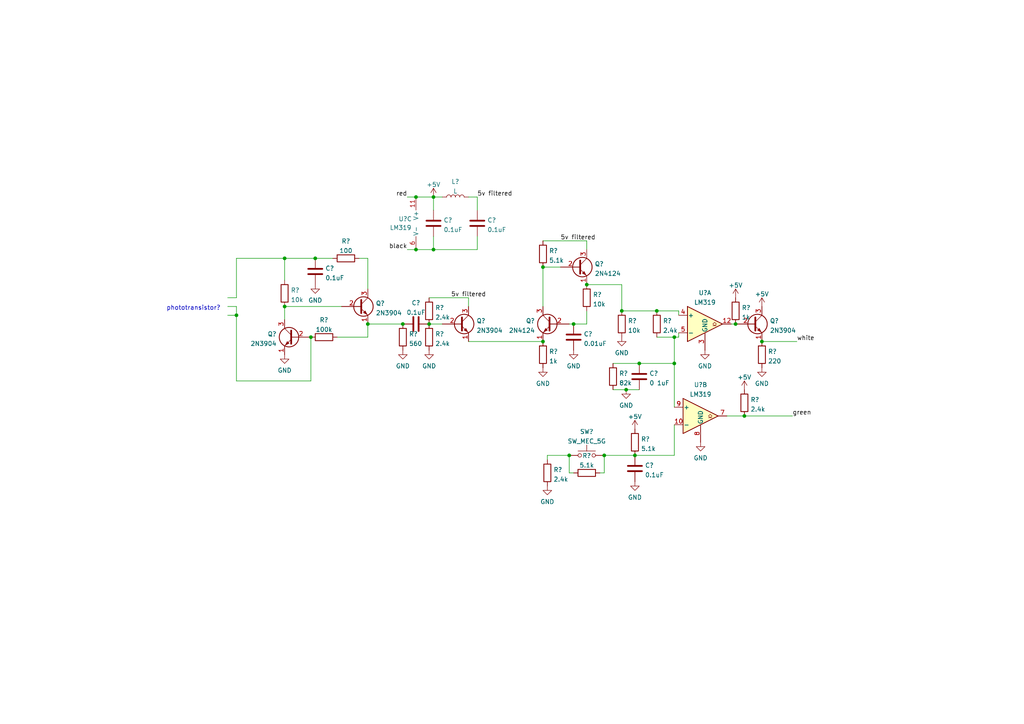
<source format=kicad_sch>
(kicad_sch (version 20211123) (generator eeschema)
  (paper "A4")
  (lib_symbols
    (symbol "Comparator:LM319" (pin_names (offset 0.127))
      (property "Reference" "U" (at 0 6.35 0))
      (property "Value" "LM319" (at 0 3.81 0))
      (symbol "LM319_1_1"
        (polyline (pts (xy -5.08 5.08) (xy 5.08 0) (xy -5.08 -5.08) (xy -5.08 5.08) (xy -5.08 5.08)) (stroke (width 0.254)) (fill (type background)))
        (polyline (pts (xy 2.286 -0.508) (xy 2.794 -0.508) (xy 2.286 0) (xy 2.794 0.508) (xy 3.302 0) (xy 2.794 -0.508) (xy 3.302 -0.508)) (stroke (width 0.127)))
        (pin no_connect line (at 0 -2.54 90) (length 2.54) hide (name "NC") (number "1"))
        (pin open_collector line (at 7.62 0 180) (length 2.54) (name "~") (number "12"))
        (pin no_connect line (at 0 2.54 270) (length 2.54) hide (name "NC") (number "2"))
        (pin passive line (at 0 -7.62 90) (length 5.08) (name "GND") (number "3"))
        (pin input line (at -7.62 2.54 0) (length 2.54) (name "+") (number "4"))
        (pin input line (at -7.62 -2.54 0) (length 2.54) (name "-") (number "5"))
      )
      (symbol "LM319_2_1"
        (polyline (pts (xy -5.08 5.08) (xy 5.08 0) (xy -5.08 -5.08) (xy -5.08 5.08) (xy -5.08 5.08)) (stroke (width 0.254)) (fill (type background)))
        (polyline (pts (xy 3.302 -0.508) (xy 2.794 -0.508) (xy 3.302 0) (xy 2.794 0.508) (xy 2.286 0) (xy 2.794 -0.508) (xy 2.286 -0.508)) (stroke (width 0.127)))
        (pin input line (at -7.62 -2.54 0) (length 2.54) (name "-") (number "10"))
        (pin no_connect line (at 0 -2.54 90) (length 2.54) hide (name "NC") (number "13"))
        (pin no_connect line (at 0 2.54 270) (length 2.54) hide (name "NC") (number "14"))
        (pin open_collector line (at 7.62 0 180) (length 2.54) (name "~") (number "7"))
        (pin passive line (at 0 -7.62 90) (length 5.08) (name "GND") (number "8"))
        (pin input line (at -7.62 2.54 0) (length 2.54) (name "+") (number "9"))
      )
      (symbol "LM319_3_1"
        (pin power_in line (at -2.54 7.62 270) (length 3.81) (name "V+") (number "11"))
        (pin power_in line (at -2.54 -7.62 90) (length 3.81) (name "V-") (number "6"))
      )
    )
    (symbol "Device:C" (pin_numbers hide) (pin_names (offset 0.254))
      (property "Reference" "C" (at 0.635 2.54 0))
      (property "Value" "C" (at 0.635 -2.54 0))
      (symbol "C_0_1"
        (polyline (pts (xy -2.032 -0.762) (xy 2.032 -0.762)) (stroke (width 0.508)))
        (polyline (pts (xy -2.032 0.762) (xy 2.032 0.762)) (stroke (width 0.508)))
      )
      (symbol "C_1_1"
        (pin passive line (at 0 3.81 270) (length 2.794) (name "~") (number "1"))
        (pin passive line (at 0 -3.81 90) (length 2.794) (name "~") (number "2"))
      )
    )
    (symbol "Device:L" (pin_numbers hide) (pin_names (offset 1.016) hide)
      (property "Reference" "L" (at -1.27 0 90))
      (property "Value" "L" (at 1.905 0 90))
      (symbol "L_0_1"
        (arc (start 0 -2.54) (mid 0.635 -1.905) (end 0 -1.27))
        (arc (start 0 -1.27) (mid 0.635 -0.635) (end 0 0))
        (arc (start 0 0) (mid 0.635 0.635) (end 0 1.27))
        (arc (start 0 1.27) (mid 0.635 1.905) (end 0 2.54))
      )
      (symbol "L_1_1"
        (pin passive line (at 0 3.81 270) (length 1.27) (name "1") (number "1"))
        (pin passive line (at 0 -3.81 90) (length 1.27) (name "2") (number "2"))
      )
    )
    (symbol "Device:R" (pin_numbers hide) (pin_names (offset 0))
      (property "Reference" "R" (at 2.032 0 90))
      (property "Value" "R" (at 0 0 90))
      (symbol "R_0_1"
        (rectangle (start -1.016 -2.54) (end 1.016 2.54) (stroke (width 0.254)))
      )
      (symbol "R_1_1"
        (pin passive line (at 0 3.81 270) (length 1.27) (name "~") (number "1"))
        (pin passive line (at 0 -3.81 90) (length 1.27) (name "~") (number "2"))
      )
    )
    (symbol "Switch:SW_MEC_5G" (pin_numbers hide) (pin_names (offset 1.016) hide)
      (property "Reference" "SW" (at 1.27 2.54 0))
      (property "Value" "SW_MEC_5G" (at 0 -1.524 0))
      (symbol "SW_MEC_5G_0_1"
        (circle (center -2.032 0) (radius 0.508))
        (polyline (pts (xy 0 1.27) (xy 0 3.048)))
        (polyline (pts (xy 2.54 1.27) (xy -2.54 1.27)))
        (circle (center 2.032 0) (radius 0.508))
        (pin passive line (at -5.08 0 0) (length 2.54) (name "A") (number "1"))
        (pin passive line (at 5.08 0 180) (length 2.54) (name "B") (number "3"))
      )
      (symbol "SW_MEC_5G_1_1"
        (pin passive line (at -5.08 0 0) (length 2.54) hide (name "A") (number "2"))
        (pin passive line (at 5.08 0 180) (length 2.54) hide (name "B") (number "4"))
      )
    )
    (symbol "Transistor_BJT:2N3904" (pin_names (offset 0) hide)
      (property "Reference" "Q" (at 5.08 1.905 0))
      (property "Value" "2N3904" (at 5.08 0 0))
      (symbol "2N3904_0_1"
        (polyline (pts (xy 0.635 0.635) (xy 2.54 2.54)))
        (polyline (pts (xy 0.635 -0.635) (xy 2.54 -2.54) (xy 2.54 -2.54)))
        (polyline (pts (xy 0.635 1.905) (xy 0.635 -1.905) (xy 0.635 -1.905)) (stroke (width 0.508)))
        (polyline (pts (xy 1.27 -1.778) (xy 1.778 -1.27) (xy 2.286 -2.286) (xy 1.27 -1.778) (xy 1.27 -1.778)) (fill (type outline)))
        (circle (center 1.27 0) (radius 2.8194) (stroke (width 0.254)))
      )
      (symbol "2N3904_1_1"
        (pin passive line (at 2.54 -5.08 90) (length 2.54) (name "E") (number "1"))
        (pin passive line (at -5.08 0 0) (length 5.715) (name "B") (number "2"))
        (pin passive line (at 2.54 5.08 270) (length 2.54) (name "C") (number "3"))
      )
    )
    (symbol "power:+5V" (power) (pin_names (offset 0))
      (property "Value" "+5V" (at 0 3.556 0))
      (symbol "+5V_0_1"
        (polyline (pts (xy -0.762 1.27) (xy 0 2.54)))
        (polyline (pts (xy 0 0) (xy 0 2.54)))
        (polyline (pts (xy 0 2.54) (xy 0.762 1.27)))
      )
      (symbol "+5V_1_1"
        (pin power_in line (at 0 0 90) (length 0) hide (name "+5V") (number "1"))
      )
    )
    (symbol "power:GND" (power) (pin_names (offset 0))
      (property "Value" "GND" (at 0 -3.81 0))
      (symbol "GND_0_1"
        (polyline (pts (xy 0 0) (xy 0 -1.27) (xy 1.27 -1.27) (xy 0 -2.54) (xy -1.27 -1.27) (xy 0 -1.27)))
      )
      (symbol "GND_1_1"
        (pin power_in line (at 0 0 270) (length 0) hide (name "GND") (number "1"))
      )
    )
  )
  (junction (at 181.61 113.03))
  (junction (at 125.73 57.15))
  (junction (at 82.55 74.93))
  (junction (at 175.26 132.08))
  (junction (at 220.98 99.06))
  (junction (at 170.18 82.55))
  (junction (at 82.55 88.9))
  (junction (at 116.84 93.98))
  (junction (at 125.73 72.39))
  (junction (at 185.42 105.41))
  (junction (at 180.34 90.17))
  (junction (at 157.48 99.06))
  (junction (at 195.58 105.41))
  (junction (at 120.65 72.39))
  (junction (at 215.9 120.65))
  (junction (at 157.48 77.47))
  (junction (at 165.1 132.08))
  (junction (at 68.58 91.44))
  (junction (at 124.46 93.98))
  (junction (at 90.17 97.79))
  (junction (at 166.37 93.98))
  (junction (at 190.5 90.17))
  (junction (at 106.68 93.98))
  (junction (at 91.44 74.93))
  (junction (at 184.15 132.08))
  (junction (at 213.36 93.98))
  (junction (at 195.58 97.79))
  (junction (at 120.65 57.15))
  (wire (pts (xy 165.1 132.08) (xy 158.75 132.08)))
  (wire (pts (xy 68.58 110.49) (xy 68.58 91.44)))
  (wire (pts (xy 66.04 91.44) (xy 68.58 91.44)))
  (wire (pts (xy 125.73 60.96) (xy 125.73 57.15)))
  (wire (pts (xy 106.68 93.98) (xy 106.68 97.79)))
  (wire (pts (xy 170.18 93.98) (xy 166.37 93.98)))
  (wire (pts (xy 135.89 86.36) (xy 124.46 86.36)))
  (wire (pts (xy 210.82 120.65) (xy 215.9 120.65)))
  (wire (pts (xy 90.17 110.49) (xy 68.58 110.49)))
  (wire (pts (xy 165.1 137.16) (xy 165.1 132.08)))
  (wire (pts (xy 106.68 93.98) (xy 116.84 93.98)))
  (wire (pts (xy 181.61 113.03) (xy 185.42 113.03)))
  (wire (pts (xy 82.55 74.93) (xy 82.55 81.28)))
  (wire (pts (xy 68.58 91.44) (xy 68.58 88.9)))
  (wire (pts (xy 170.18 90.17) (xy 170.18 93.98)))
  (wire (pts (xy 138.43 72.39) (xy 138.43 68.58)))
  (wire (pts (xy 125.73 72.39) (xy 125.73 68.58)))
  (wire (pts (xy 138.43 60.96) (xy 138.43 57.15)))
  (wire (pts (xy 195.58 97.79) (xy 196.85 97.79)))
  (wire (pts (xy 175.26 132.08) (xy 175.26 137.16)))
  (wire (pts (xy 99.06 88.9) (xy 82.55 88.9)))
  (wire (pts (xy 157.48 77.47) (xy 162.56 77.47)))
  (wire (pts (xy 196.85 91.44) (xy 196.85 90.17)))
  (wire (pts (xy 195.58 132.08) (xy 184.15 132.08)))
  (wire (pts (xy 97.79 97.79) (xy 106.68 97.79)))
  (wire (pts (xy 166.37 137.16) (xy 165.1 137.16)))
  (wire (pts (xy 104.14 74.93) (xy 106.68 74.93)))
  (wire (pts (xy 195.58 123.19) (xy 195.58 132.08)))
  (wire (pts (xy 158.75 132.08) (xy 158.75 133.35)))
  (wire (pts (xy 157.48 69.85) (xy 170.18 69.85)))
  (wire (pts (xy 180.34 90.17) (xy 180.34 82.55)))
  (wire (pts (xy 215.9 120.65) (xy 229.87 120.65)))
  (wire (pts (xy 213.36 93.98) (xy 212.09 93.98)))
  (wire (pts (xy 120.65 57.15) (xy 125.73 57.15)))
  (wire (pts (xy 190.5 90.17) (xy 196.85 90.17)))
  (wire (pts (xy 180.34 90.17) (xy 190.5 90.17)))
  (wire (pts (xy 180.34 82.55) (xy 170.18 82.55)))
  (wire (pts (xy 106.68 74.93) (xy 106.68 83.82)))
  (wire (pts (xy 157.48 88.9) (xy 157.48 77.47)))
  (wire (pts (xy 120.65 72.39) (xy 125.73 72.39)))
  (wire (pts (xy 135.89 57.15) (xy 138.43 57.15)))
  (wire (pts (xy 220.98 99.06) (xy 231.14 99.06)))
  (wire (pts (xy 166.37 93.98) (xy 165.1 93.98)))
  (wire (pts (xy 177.8 105.41) (xy 185.42 105.41)))
  (wire (pts (xy 68.58 74.93) (xy 82.55 74.93)))
  (wire (pts (xy 185.42 105.41) (xy 195.58 105.41)))
  (wire (pts (xy 124.46 93.98) (xy 128.27 93.98)))
  (wire (pts (xy 135.89 88.9) (xy 135.89 86.36)))
  (wire (pts (xy 196.85 96.52) (xy 196.85 97.79)))
  (wire (pts (xy 170.18 72.39) (xy 170.18 69.85)))
  (wire (pts (xy 195.58 97.79) (xy 195.58 105.41)))
  (wire (pts (xy 68.58 86.36) (xy 68.58 74.93)))
  (wire (pts (xy 66.04 86.36) (xy 68.58 86.36)))
  (wire (pts (xy 177.8 113.03) (xy 181.61 113.03)))
  (wire (pts (xy 90.17 97.79) (xy 90.17 110.49)))
  (wire (pts (xy 190.5 97.79) (xy 195.58 97.79)))
  (wire (pts (xy 82.55 88.9) (xy 82.55 92.71)))
  (wire (pts (xy 66.04 88.9) (xy 68.58 88.9)))
  (wire (pts (xy 91.44 74.93) (xy 96.52 74.93)))
  (wire (pts (xy 195.58 105.41) (xy 195.58 118.11)))
  (wire (pts (xy 175.26 137.16) (xy 173.99 137.16)))
  (wire (pts (xy 118.11 72.39) (xy 120.65 72.39)))
  (wire (pts (xy 125.73 72.39) (xy 138.43 72.39)))
  (wire (pts (xy 125.73 57.15) (xy 128.27 57.15)))
  (wire (pts (xy 175.26 132.08) (xy 184.15 132.08)))
  (wire (pts (xy 91.44 74.93) (xy 82.55 74.93)))
  (wire (pts (xy 118.11 57.15) (xy 120.65 57.15)))
  (wire (pts (xy 135.89 99.06) (xy 157.48 99.06)))
  (text "phototransistor?" (at 48.26 90.17 0) (effects (font (size 1.27 1.27)) (justify left bottom)))
  (label "5v filtered" (at 130.81 86.36 0))
  (label "red" (at 118.11 57.15 180))
  (label "white" (at 231.14 99.06 0))
  (label "5v filtered" (at 138.43 57.15 0))
  (label "5v filtered" (at 162.56 69.85 0))
  (label "black" (at 118.11 72.39 180))
  (label "green" (at 229.87 120.65 0))
  (symbol (lib_id "Device:R") (at 180.34 93.98 0) (unit 1)
    (property "Reference" "R?" (at 182.118 93.0715 0) (effects (justify left)))
    (property "Value" "10k" (at 182.118 95.8466 0) (effects (justify left)))
  )
  (symbol (lib_id "power:+5V") (at 220.98 88.9 0) (unit 1)
    (property "Reference" "#PWR?" (effects hide))
    (property "Value" "+5V" (at 220.98 85.2955 0))
  )
  (symbol (lib_id "Transistor_BJT:2N3904") (at 167.64 77.47 0) (unit 1)
    (property "Reference" "Q?" (at 172.4914 76.5615 0) (effects (justify left)))
    (property "Value" "2N4124" (at 172.4914 79.3366 0) (effects (justify left)))
    (property "Footprint" "Package_TO_SOT_THT:TO-92_Inline" (effects hide))
    (property "Datasheet" "https://www.onsemi.com/pub/Collateral/2N3903-D.PDF" (effects hide))
  )
  (symbol (lib_id "power:GND") (at 124.46 101.6 0) (unit 1)
    (property "Reference" "#PWR?" (effects hide))
    (property "Value" "GND" (at 124.46 106.1625 0))
  )
  (symbol (lib_id "Transistor_BJT:2N3904") (at 85.09 97.79 0) (mirror y) (unit 1)
    (property "Reference" "Q?" (at 80.2387 96.8815 0) (effects (justify left)))
    (property "Value" "2N3904" (at 80.2387 99.6566 0) (effects (justify left)))
    (property "Footprint" "Package_TO_SOT_THT:TO-92_Inline" (effects hide))
    (property "Datasheet" "https://www.onsemi.com/pub/Collateral/2N3903-D.PDF" (effects hide))
  )
  (symbol (lib_id "Device:R") (at 213.36 90.17 0) (unit 1)
    (property "Reference" "R?" (at 215.138 89.2615 0) (effects (justify left)))
    (property "Value" "1k" (at 215.138 92.0366 0) (effects (justify left)))
  )
  (symbol (lib_id "Device:C") (at 184.15 135.89 0) (unit 1)
    (property "Reference" "C?" (at 187.071 134.9815 0) (effects (justify left)))
    (property "Value" "0.1uF" (at 187.071 137.7566 0) (effects (justify left)))
  )
  (symbol (lib_id "Device:L") (at 132.08 57.15 90) (unit 1)
    (property "Reference" "L?" (at 132.08 52.6755 90))
    (property "Value" "L" (at 132.08 55.4506 90))
  )
  (symbol (lib_id "Comparator:LM319") (at 204.47 93.98 0) (unit 1)
    (property "Reference" "U?" (at 204.47 84.9335 0))
    (property "Value" "LM319" (at 204.47 87.7086 0))
    (property "Datasheet" "http://www.ti.com/lit/ds/symlink/lm319-n.pdf" (effects hide))
  )
  (symbol (lib_id "Device:C") (at 120.65 93.98 90) (unit 1)
    (property "Reference" "C?" (at 120.65 87.8545 90))
    (property "Value" "0.1uF" (at 120.65 90.6296 90))
  )
  (symbol (lib_id "power:GND") (at 82.55 102.87 0) (unit 1)
    (property "Reference" "#PWR?" (effects hide))
    (property "Value" "GND" (at 82.55 107.4325 0))
  )
  (symbol (lib_id "power:+5V") (at 125.73 57.15 0) (unit 1)
    (property "Reference" "#PWR?" (effects hide))
    (property "Value" "+5V" (at 125.73 53.5455 0))
  )
  (symbol (lib_id "Device:C") (at 185.42 109.22 0) (unit 1)
    (property "Reference" "C?" (at 188.341 108.3115 0) (effects (justify left)))
    (property "Value" "0 1uF" (at 188.341 111.0866 0) (effects (justify left)))
  )
  (symbol (lib_id "Device:R") (at 157.48 73.66 0) (unit 1)
    (property "Reference" "R?" (at 159.258 72.7515 0) (effects (justify left)))
    (property "Value" "5.1k" (at 159.258 75.5266 0) (effects (justify left)))
  )
  (symbol (lib_id "Comparator:LM319") (at 203.2 120.65 0) (unit 2)
    (property "Reference" "U?" (at 203.2 111.6035 0))
    (property "Value" "LM319" (at 203.2 114.3786 0))
    (property "Datasheet" "http://www.ti.com/lit/ds/symlink/lm319-n.pdf" (effects hide))
  )
  (symbol (lib_id "Device:R") (at 184.15 128.27 0) (unit 1)
    (property "Reference" "R?" (at 185.928 127.3615 0) (effects (justify left)))
    (property "Value" "5.1k" (at 185.928 130.1366 0) (effects (justify left)))
  )
  (symbol (lib_id "power:+5V") (at 184.15 124.46 0) (unit 1)
    (property "Reference" "#PWR?" (effects hide))
    (property "Value" "+5V" (at 184.15 120.8555 0))
  )
  (symbol (lib_id "Device:R") (at 116.84 97.79 0) (unit 1)
    (property "Reference" "R?" (at 118.618 96.8815 0) (effects (justify left)))
    (property "Value" "560" (at 118.618 99.6566 0) (effects (justify left)))
  )
  (symbol (lib_id "Transistor_BJT:2N3904") (at 133.35 93.98 0) (unit 1)
    (property "Reference" "Q?" (at 138.2014 93.0715 0) (effects (justify left)))
    (property "Value" "2N3904" (at 138.2014 95.8466 0) (effects (justify left)))
    (property "Footprint" "Package_TO_SOT_THT:TO-92_Inline" (effects hide))
    (property "Datasheet" "https://www.onsemi.com/pub/Collateral/2N3903-D.PDF" (effects hide))
  )
  (symbol (lib_id "Device:C") (at 166.37 97.79 0) (unit 1)
    (property "Reference" "C?" (at 169.291 96.8815 0) (effects (justify left)))
    (property "Value" "0.01uF" (at 169.291 99.6566 0) (effects (justify left)))
  )
  (symbol (lib_id "power:GND") (at 158.75 140.97 0) (unit 1)
    (property "Reference" "#PWR?" (effects hide))
    (property "Value" "GND" (at 158.75 145.5325 0))
  )
  (symbol (lib_id "power:+5V") (at 213.36 86.36 0) (unit 1)
    (property "Reference" "#PWR?" (effects hide))
    (property "Value" "+5V" (at 213.36 82.7555 0))
  )
  (symbol (lib_id "Device:R") (at 124.46 97.79 0) (unit 1)
    (property "Reference" "R?" (at 126.238 96.8815 0) (effects (justify left)))
    (property "Value" "2.4k" (at 126.238 99.6566 0) (effects (justify left)))
  )
  (symbol (lib_id "Device:R") (at 170.18 86.36 0) (unit 1)
    (property "Reference" "R?" (at 171.958 85.4515 0) (effects (justify left)))
    (property "Value" "10k" (at 171.958 88.2266 0) (effects (justify left)))
  )
  (symbol (lib_id "power:GND") (at 203.2 128.27 0) (unit 1)
    (property "Reference" "#PWR?" (effects hide))
    (property "Value" "GND" (at 203.2 132.8325 0))
  )
  (symbol (lib_id "Device:R") (at 93.98 97.79 90) (unit 1)
    (property "Reference" "R?" (at 93.98 92.8075 90))
    (property "Value" "100k" (at 93.98 95.5826 90))
  )
  (symbol (lib_id "power:GND") (at 157.48 106.68 0) (unit 1)
    (property "Reference" "#PWR?" (effects hide))
    (property "Value" "GND" (at 157.48 111.2425 0))
  )
  (symbol (lib_id "power:GND") (at 180.34 97.79 0) (unit 1)
    (property "Reference" "#PWR?" (effects hide))
    (property "Value" "GND" (at 180.34 102.3525 0))
  )
  (symbol (lib_id "Device:C") (at 91.44 78.74 0) (unit 1)
    (property "Reference" "C?" (at 94.361 77.8315 0) (effects (justify left)))
    (property "Value" "0.1uF" (at 94.361 80.6066 0) (effects (justify left)))
  )
  (symbol (lib_id "power:GND") (at 91.44 82.55 0) (unit 1)
    (property "Reference" "#PWR?" (effects hide))
    (property "Value" "GND" (at 91.44 87.1125 0))
  )
  (symbol (lib_id "Device:C") (at 138.43 64.77 0) (unit 1)
    (property "Reference" "C?" (at 141.351 63.8615 0) (effects (justify left)))
    (property "Value" "0.1uF" (at 141.351 66.6366 0) (effects (justify left)))
  )
  (symbol (lib_id "power:GND") (at 204.47 101.6 0) (unit 1)
    (property "Reference" "#PWR?" (effects hide))
    (property "Value" "GND" (at 204.47 106.1625 0))
  )
  (symbol (lib_id "power:+5V") (at 215.9 113.03 0) (unit 1)
    (property "Reference" "#PWR?" (effects hide))
    (property "Value" "+5V" (at 215.9 109.4255 0))
  )
  (symbol (lib_id "Device:R") (at 190.5 93.98 0) (unit 1)
    (property "Reference" "R?" (at 192.278 93.0715 0) (effects (justify left)))
    (property "Value" "2.4k" (at 192.278 95.8466 0) (effects (justify left)))
  )
  (symbol (lib_id "power:GND") (at 116.84 101.6 0) (unit 1)
    (property "Reference" "#PWR?" (effects hide))
    (property "Value" "GND" (at 116.84 106.1625 0))
  )
  (symbol (lib_id "Switch:SW_MEC_5G") (at 170.18 132.08 0) (unit 1)
    (property "Reference" "SW?" (at 170.18 125.1925 0))
    (property "Value" "SW_MEC_5G" (at 170.18 127.9676 0))
    (property "Datasheet" "http://www.apem.com/int/index.php?controller=attachment&id_attachment=488" (effects hide))
  )
  (symbol (lib_id "power:GND") (at 220.98 106.68 0) (unit 1)
    (property "Reference" "#PWR?" (effects hide))
    (property "Value" "GND" (at 220.98 111.2425 0))
  )
  (symbol (lib_id "Transistor_BJT:2N3904") (at 218.44 93.98 0) (unit 1)
    (property "Reference" "Q?" (at 223.2914 93.0715 0) (effects (justify left)))
    (property "Value" "2N3904" (at 223.2914 95.8466 0) (effects (justify left)))
    (property "Footprint" "Package_TO_SOT_THT:TO-92_Inline" (effects hide))
    (property "Datasheet" "https://www.onsemi.com/pub/Collateral/2N3903-D.PDF" (effects hide))
  )
  (symbol (lib_id "power:GND") (at 166.37 101.6 0) (unit 1)
    (property "Reference" "#PWR?" (effects hide))
    (property "Value" "GND" (at 166.37 106.1625 0))
  )
  (symbol (lib_id "Device:R") (at 177.8 109.22 0) (unit 1)
    (property "Reference" "R?" (at 179.578 108.3115 0) (effects (justify left)))
    (property "Value" "82k" (at 179.578 111.0866 0) (effects (justify left)))
  )
  (symbol (lib_id "Device:R") (at 82.55 85.09 0) (unit 1)
    (property "Reference" "R?" (at 84.328 84.1815 0) (effects (justify left)))
    (property "Value" "10k" (at 84.328 86.9566 0) (effects (justify left)))
  )
  (symbol (lib_id "power:GND") (at 184.15 139.7 0) (unit 1)
    (property "Reference" "#PWR?" (effects hide))
    (property "Value" "GND" (at 184.15 144.2625 0))
  )
  (symbol (lib_id "Device:R") (at 170.18 137.16 90) (unit 1)
    (property "Reference" "R?" (at 170.18 132.1775 90))
    (property "Value" "5.1k" (at 170.18 134.9526 90))
  )
  (symbol (lib_id "Device:C") (at 125.73 64.77 0) (unit 1)
    (property "Reference" "C?" (at 128.651 63.8615 0) (effects (justify left)))
    (property "Value" "0.1uF" (at 128.651 66.6366 0) (effects (justify left)))
  )
  (symbol (lib_id "Device:R") (at 215.9 116.84 0) (unit 1)
    (property "Reference" "R?" (at 217.678 115.9315 0) (effects (justify left)))
    (property "Value" "2.4k" (at 217.678 118.7066 0) (effects (justify left)))
  )
  (symbol (lib_id "Comparator:LM319") (at 123.19 64.77 0) (unit 3)
    (property "Reference" "U?" (at 115.57 63.5 0) (effects (justify left)))
    (property "Value" "LM319" (at 113.03 66.04 0) (effects (justify left)))
    (property "Datasheet" "http://www.ti.com/lit/ds/symlink/lm319-n.pdf" (effects hide))
  )
  (symbol (lib_id "Transistor_BJT:2N3904") (at 104.14 88.9 0) (unit 1)
    (property "Reference" "Q?" (at 108.9914 87.9915 0) (effects (justify left)))
    (property "Value" "2N3904" (at 108.9914 90.7666 0) (effects (justify left)))
    (property "Footprint" "Package_TO_SOT_THT:TO-92_Inline" (effects hide))
    (property "Datasheet" "https://www.onsemi.com/pub/Collateral/2N3903-D.PDF" (effects hide))
  )
  (symbol (lib_id "power:GND") (at 181.61 113.03 0) (unit 1)
    (property "Reference" "#PWR?" (effects hide))
    (property "Value" "GND" (at 181.61 117.5925 0))
  )
  (symbol (lib_id "Device:R") (at 124.46 90.17 0) (unit 1)
    (property "Reference" "R?" (at 126.238 89.2615 0) (effects (justify left)))
    (property "Value" "2.4k" (at 126.238 92.0366 0) (effects (justify left)))
  )
  (symbol (lib_id "Device:R") (at 220.98 102.87 0) (unit 1)
    (property "Reference" "R?" (at 222.758 101.9615 0) (effects (justify left)))
    (property "Value" "220" (at 222.758 104.7366 0) (effects (justify left)))
  )
  (symbol (lib_id "Device:R") (at 158.75 137.16 0) (unit 1)
    (property "Reference" "R?" (at 160.528 136.2515 0) (effects (justify left)))
    (property "Value" "2.4k" (at 160.528 139.0266 0) (effects (justify left)))
  )
  (symbol (lib_id "Transistor_BJT:2N3904") (at 160.02 93.98 0) (mirror y) (unit 1)
    (property "Reference" "Q?" (at 155.1687 93.0715 0) (effects (justify left)))
    (property "Value" "2N4124" (at 155.1687 95.8466 0) (effects (justify left)))
    (property "Footprint" "Package_TO_SOT_THT:TO-92_Inline" (effects hide))
    (property "Datasheet" "https://www.onsemi.com/pub/Collateral/2N3903-D.PDF" (effects hide))
  )
  (symbol (lib_id "Device:R") (at 157.48 102.87 0) (unit 1)
    (property "Reference" "R?" (at 159.258 101.9615 0) (effects (justify left)))
    (property "Value" "1k" (at 159.258 104.7366 0) (effects (justify left)))
  )
  (symbol (lib_id "Device:R") (at 100.33 74.93 90) (unit 1)
    (property "Reference" "R?" (at 100.33 69.9475 90))
    (property "Value" "100" (at 100.33 72.7226 90))
  )
)
</source>
